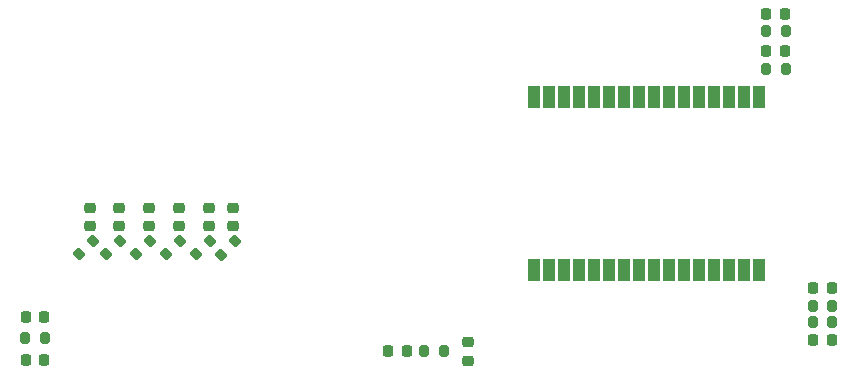
<source format=gbr>
%TF.GenerationSoftware,KiCad,Pcbnew,8.0.4*%
%TF.CreationDate,2024-10-15T16:48:48+08:00*%
%TF.ProjectId,ST-Link_3.0_devkit,53542d4c-696e-46b5-9f33-2e305f646576,rev?*%
%TF.SameCoordinates,Original*%
%TF.FileFunction,Paste,Top*%
%TF.FilePolarity,Positive*%
%FSLAX46Y46*%
G04 Gerber Fmt 4.6, Leading zero omitted, Abs format (unit mm)*
G04 Created by KiCad (PCBNEW 8.0.4) date 2024-10-15 16:48:48*
%MOMM*%
%LPD*%
G01*
G04 APERTURE LIST*
G04 Aperture macros list*
%AMRoundRect*
0 Rectangle with rounded corners*
0 $1 Rounding radius*
0 $2 $3 $4 $5 $6 $7 $8 $9 X,Y pos of 4 corners*
0 Add a 4 corners polygon primitive as box body*
4,1,4,$2,$3,$4,$5,$6,$7,$8,$9,$2,$3,0*
0 Add four circle primitives for the rounded corners*
1,1,$1+$1,$2,$3*
1,1,$1+$1,$4,$5*
1,1,$1+$1,$6,$7*
1,1,$1+$1,$8,$9*
0 Add four rect primitives between the rounded corners*
20,1,$1+$1,$2,$3,$4,$5,0*
20,1,$1+$1,$4,$5,$6,$7,0*
20,1,$1+$1,$6,$7,$8,$9,0*
20,1,$1+$1,$8,$9,$2,$3,0*%
G04 Aperture macros list end*
%ADD10R,1.070100X1.899920*%
%ADD11RoundRect,0.218750X-0.218750X-0.256250X0.218750X-0.256250X0.218750X0.256250X-0.218750X0.256250X0*%
%ADD12RoundRect,0.218750X-0.256250X0.218750X-0.256250X-0.218750X0.256250X-0.218750X0.256250X0.218750X0*%
%ADD13RoundRect,0.218750X0.218750X0.256250X-0.218750X0.256250X-0.218750X-0.256250X0.218750X-0.256250X0*%
%ADD14RoundRect,0.200000X0.200000X0.275000X-0.200000X0.275000X-0.200000X-0.275000X0.200000X-0.275000X0*%
%ADD15RoundRect,0.200000X-0.053033X0.335876X-0.335876X0.053033X0.053033X-0.335876X0.335876X-0.053033X0*%
%ADD16RoundRect,0.225000X0.250000X-0.225000X0.250000X0.225000X-0.250000X0.225000X-0.250000X-0.225000X0*%
%ADD17RoundRect,0.225000X-0.225000X-0.250000X0.225000X-0.250000X0.225000X0.250000X-0.225000X0.250000X0*%
G04 APERTURE END LIST*
D10*
%TO.C,MOD1*%
X168783000Y-84323170D03*
X167513000Y-84323170D03*
X166243000Y-84323170D03*
X164973000Y-84323170D03*
X163703000Y-84323170D03*
X162433000Y-84323170D03*
X161163000Y-84323170D03*
X159893000Y-84323170D03*
X158623000Y-84323170D03*
X157353000Y-84323170D03*
X156083000Y-84323170D03*
X154813000Y-84323170D03*
X153543000Y-84323170D03*
X152273000Y-84323170D03*
X151003000Y-84323170D03*
X149733000Y-84323170D03*
X149733000Y-98963230D03*
X151003000Y-98963230D03*
X152273000Y-98963230D03*
X153543000Y-98963230D03*
X154813000Y-98963230D03*
X156083000Y-98963230D03*
X157353000Y-98963230D03*
X158623000Y-98963230D03*
X159893000Y-98963230D03*
X161163000Y-98963230D03*
X162433000Y-98963230D03*
X163703000Y-98963230D03*
X164973000Y-98963230D03*
X166243000Y-98963230D03*
X167513000Y-98963230D03*
X168783000Y-98963230D03*
%TD*%
D11*
%TO.C,TX*%
X173354900Y-100482400D03*
X174929900Y-100482400D03*
%TD*%
%TO.C,RX*%
X173354900Y-104952800D03*
X174929900Y-104952800D03*
%TD*%
D12*
%TO.C,VD10*%
X112141000Y-93700499D03*
X112141000Y-95275501D03*
%TD*%
%TO.C,VD9*%
X114554000Y-93700499D03*
X114554000Y-95275501D03*
%TD*%
%TO.C,VD8*%
X117094000Y-93700499D03*
X117094000Y-95275501D03*
%TD*%
%TO.C,VD7*%
X119634000Y-93700499D03*
X119634000Y-95275501D03*
%TD*%
%TO.C,VD6*%
X122174000Y-93700499D03*
X122174000Y-95275501D03*
%TD*%
%TO.C,VD5*%
X124206000Y-93700499D03*
X124206000Y-95275501D03*
%TD*%
D13*
%TO.C,PC1*%
X170942101Y-80441800D03*
X169367099Y-80441800D03*
%TD*%
%TO.C,PC0*%
X170942101Y-77343000D03*
X169367099Y-77343000D03*
%TD*%
D11*
%TO.C,3V3*%
X137337700Y-105841800D03*
X138912700Y-105841800D03*
%TD*%
D13*
%TO.C,5V*%
X108229501Y-106603800D03*
X106654499Y-106603800D03*
%TD*%
D14*
%TO.C,R12*%
X174942000Y-102006400D03*
X173292000Y-102006400D03*
%TD*%
%TO.C,R11*%
X174942000Y-103403400D03*
X173292000Y-103403400D03*
%TD*%
D15*
%TO.C,R10*%
X111176637Y-97662163D03*
X112343363Y-96495437D03*
%TD*%
%TO.C,R9*%
X114629363Y-96495437D03*
X113462637Y-97662163D03*
%TD*%
%TO.C,R8*%
X116002637Y-97662163D03*
X117169363Y-96495437D03*
%TD*%
%TO.C,R7*%
X119709363Y-96495437D03*
X118542637Y-97662163D03*
%TD*%
%TO.C,R6*%
X122249363Y-96495437D03*
X121082637Y-97662163D03*
%TD*%
%TO.C,R5*%
X124357563Y-96546237D03*
X123190837Y-97712963D03*
%TD*%
D14*
%TO.C,R4*%
X171005000Y-81965800D03*
X169355000Y-81965800D03*
%TD*%
%TO.C,R3*%
X169355000Y-78740000D03*
X171005000Y-78740000D03*
%TD*%
%TO.C,R2*%
X140399000Y-105841800D03*
X142049000Y-105841800D03*
%TD*%
%TO.C,R1*%
X106617000Y-104775000D03*
X108267000Y-104775000D03*
%TD*%
D16*
%TO.C,C2*%
X144094200Y-106667600D03*
X144094200Y-105117600D03*
%TD*%
D17*
%TO.C,C1*%
X106667000Y-102971600D03*
X108217000Y-102971600D03*
%TD*%
M02*

</source>
